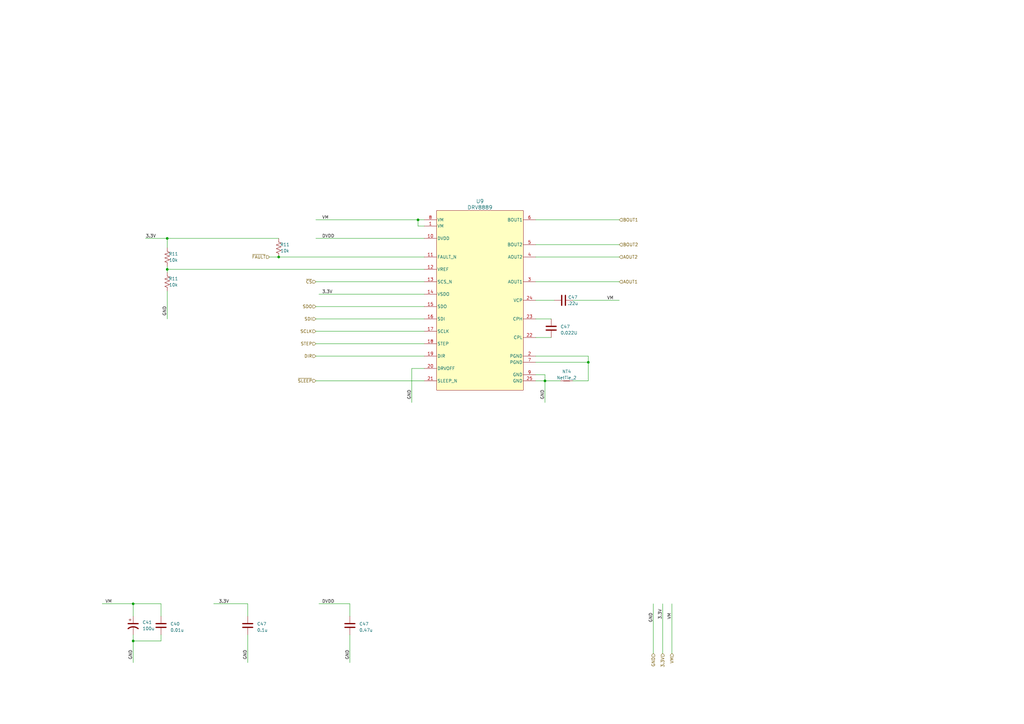
<source format=kicad_sch>
(kicad_sch (version 20230121) (generator eeschema)
  (paper "A3")
  (lib_symbols
    (symbol "Device:C" (pin_numbers hide) (pin_names (offset 0.254))
      (property "Reference" "C" (at 0.635 2.54 0))
      (property "Value" "C" (at 0.635 -2.54 0))
      (symbol "C_0_1"
        (polyline (pts (xy -2.032 -0.762) (xy 2.032 -0.762)) (stroke (width 0.508)))
        (polyline (pts (xy -2.032 0.762) (xy 2.032 0.762)) (stroke (width 0.508)))
      )
      (symbol "C_1_1"
        (pin passive line (at 0 3.81 270) (length 2.794) (name "~") (number "1"))
        (pin passive line (at 0 -3.81 90) (length 2.794) (name "~") (number "2"))
      )
    )
    (symbol "Device:C_Polarized_US" (pin_numbers hide) (pin_names (offset 0.254) hide)
      (property "Reference" "C" (at 0.635 2.54 0))
      (property "Value" "C_Polarized_US" (at 0.635 -2.54 0))
      (symbol "C_Polarized_US_0_1"
        (polyline (pts (xy -2.032 0.762) (xy 2.032 0.762)) (stroke (width 0.508)))
        (polyline (pts (xy -1.778 2.286) (xy -0.762 2.286)))
        (polyline (pts (xy -1.27 1.778) (xy -1.27 2.794)))
        (arc (start 2.032 -1.27) (mid 0 -0.5572) (end -2.032 -1.27) (stroke (width 0.508)))
      )
      (symbol "C_Polarized_US_1_1"
        (pin passive line (at 0 3.81 270) (length 2.794) (name "~") (number "1"))
        (pin passive line (at 0 -3.81 90) (length 3.302) (name "~") (number "2"))
      )
    )
    (symbol "Device:NetTie_2" (pin_numbers hide) (pin_names (offset 0) hide) (in_bom no)
      (property "Reference" "NT" (at 0 1.27 0))
      (property "Value" "NetTie_2" (at 0 -1.27 0))
      (symbol "NetTie_2_0_1"
        (polyline (pts (xy -1.27 0) (xy 1.27 0)) (stroke (width 0.254)))
      )
      (symbol "NetTie_2_1_1"
        (pin passive line (at -2.54 0 0) (length 2.54) (name "1") (number "1"))
        (pin passive line (at 2.54 0 180) (length 2.54) (name "2") (number "2"))
      )
    )
    (symbol "Device:R_US" (pin_numbers hide) (pin_names (offset 0))
      (property "Reference" "R" (at 2.54 0 90))
      (property "Value" "R_US" (at -2.54 0 90))
      (symbol "R_US_0_1"
        (polyline (pts (xy 0 -2.286) (xy 0 -2.54)))
        (polyline (pts (xy 0 2.286) (xy 0 2.54)))
        (polyline (pts (xy 0 -0.762) (xy 1.016 -1.143) (xy 0 -1.524) (xy -1.016 -1.905) (xy 0 -2.286)))
        (polyline (pts (xy 0 0.762) (xy 1.016 0.381) (xy 0 0) (xy -1.016 -0.381) (xy 0 -0.762)))
        (polyline (pts (xy 0 2.286) (xy 1.016 1.905) (xy 0 1.524) (xy -1.016 1.143) (xy 0 0.762)))
      )
      (symbol "R_US_1_1"
        (pin passive line (at 0 3.81 270) (length 1.27) (name "~") (number "1"))
        (pin passive line (at 0 -3.81 90) (length 1.27) (name "~") (number "2"))
      )
    )
    (symbol "pd_symbols:DRV8889" (pin_names (offset 0.254))
      (property "Reference" "U" (at -3.81 44.45 0))
      (property "Value" "DRV8889" (at -3.81 41.91 0))
      (symbol "DRV8889_0_1"
        (pin power_in line (at -22.86 30.48 0) (length 5.08) (name "VM") (number "1"))
        (pin power_in line (at -22.86 25.4 0) (length 5.08) (name "DVDD") (number "10"))
        (pin open_collector line (at -22.86 17.78 0) (length 5.08) (name "FAULT_N") (number "11"))
        (pin power_in line (at -22.86 12.7 0) (length 5.08) (name "VREF") (number "12"))
        (pin input line (at -22.86 7.62 0) (length 5.08) (name "SCS_N") (number "13"))
        (pin power_in line (at -22.86 2.54 0) (length 5.08) (name "VSDO") (number "14"))
        (pin output line (at -22.86 -2.54 0) (length 5.08) (name "SDO") (number "15"))
        (pin input line (at -22.86 -7.62 0) (length 5.08) (name "SDI") (number "16"))
        (pin input line (at -22.86 -12.7 0) (length 5.08) (name "SCLK") (number "17"))
        (pin input line (at -22.86 -17.78 0) (length 5.08) (name "STEP") (number "18"))
        (pin input line (at -22.86 -22.86 0) (length 5.08) (name "DIR") (number "19"))
        (pin power_in line (at 22.86 -22.86 180) (length 5.08) (name "PGND") (number "2"))
        (pin input line (at -22.86 -27.94 0) (length 5.08) (name "DRVOFF") (number "20"))
        (pin input line (at -22.86 -33.02 0) (length 5.08) (name "SLEEP_N") (number "21"))
        (pin power_in line (at 22.86 -15.24 180) (length 5.08) (name "CPL") (number "22"))
        (pin power_in line (at 22.86 -7.62 180) (length 5.08) (name "CPH") (number "23"))
        (pin power_in line (at 22.86 0 180) (length 5.08) (name "VCP") (number "24"))
        (pin power_in line (at 22.86 -33.02 180) (length 5.08) (name "GND") (number "25"))
        (pin output line (at 22.86 7.62 180) (length 5.08) (name "AOUT1") (number "3"))
        (pin output line (at 22.86 17.78 180) (length 5.08) (name "AOUT2") (number "4"))
        (pin output line (at 22.86 22.86 180) (length 5.08) (name "BOUT2") (number "5"))
        (pin output line (at 22.86 33.02 180) (length 5.08) (name "BOUT1") (number "6"))
        (pin power_in line (at 22.86 -25.4 180) (length 5.08) (name "PGND") (number "7"))
        (pin power_in line (at -22.86 33.02 0) (length 5.08) (name "VM") (number "8"))
        (pin power_in line (at 22.86 -30.48 180) (length 5.08) (name "GND") (number "9"))
      )
      (symbol "DRV8889_1_1"
        (rectangle (start -17.78 36.83) (end 17.78 -36.83) (fill (type background)))
      )
    )
  )
  (junction (at 241.3 148.59))
  (junction (at 54.61 247.65))
  (junction (at 54.61 262.89))
  (junction (at 114.3 105.41))
  (junction (at 223.52 156.21))
  (junction (at 171.45 90.17))
  (junction (at 68.58 110.49))
  (junction (at 68.58 97.79))
  (wire (pts (xy 267.97 247.65) (xy 267.97 267.97)))
  (wire (pts (xy 54.61 260.35) (xy 54.61 262.89)))
  (wire (pts (xy 66.04 260.35) (xy 66.04 262.89)))
  (wire (pts (xy 168.91 151.13) (xy 168.91 165.1)))
  (wire (pts (xy 254 100.33) (xy 219.71 100.33)))
  (wire (pts (xy 129.54 90.17) (xy 171.45 90.17)))
  (wire (pts (xy 219.71 123.19) (xy 227.33 123.19)))
  (wire (pts (xy 254 105.41) (xy 219.71 105.41)))
  (wire (pts (xy 219.71 156.21) (xy 223.52 156.21)))
  (wire (pts (xy 101.6 252.73) (xy 101.6 247.65)))
  (wire (pts (xy 68.58 110.49) (xy 68.58 111.76)))
  (wire (pts (xy 54.61 247.65) (xy 66.04 247.65)))
  (wire (pts (xy 219.71 153.67) (xy 223.52 153.67)))
  (wire (pts (xy 68.58 109.22) (xy 68.58 110.49)))
  (wire (pts (xy 271.78 247.65) (xy 271.78 267.97)))
  (wire (pts (xy 254 115.57) (xy 219.71 115.57)))
  (wire (pts (xy 59.69 97.79) (xy 68.58 97.79)))
  (wire (pts (xy 234.95 156.21) (xy 241.3 156.21)))
  (wire (pts (xy 110.49 105.41) (xy 114.3 105.41)))
  (wire (pts (xy 129.54 140.97) (xy 173.99 140.97)))
  (wire (pts (xy 219.71 138.43) (xy 226.06 138.43)))
  (wire (pts (xy 54.61 262.89) (xy 54.61 271.78)))
  (wire (pts (xy 129.54 146.05) (xy 173.99 146.05)))
  (wire (pts (xy 223.52 156.21) (xy 229.87 156.21)))
  (wire (pts (xy 66.04 262.89) (xy 54.61 262.89)))
  (wire (pts (xy 219.71 130.81) (xy 226.06 130.81)))
  (wire (pts (xy 129.54 130.81) (xy 173.99 130.81)))
  (wire (pts (xy 241.3 146.05) (xy 241.3 148.59)))
  (wire (pts (xy 68.58 97.79) (xy 68.58 101.6)))
  (wire (pts (xy 54.61 252.73) (xy 54.61 247.65)))
  (wire (pts (xy 241.3 148.59) (xy 241.3 156.21)))
  (wire (pts (xy 171.45 90.17) (xy 173.99 90.17)))
  (wire (pts (xy 168.91 151.13) (xy 173.99 151.13)))
  (wire (pts (xy 143.51 252.73) (xy 143.51 247.65)))
  (wire (pts (xy 275.59 247.65) (xy 275.59 267.97)))
  (wire (pts (xy 129.54 125.73) (xy 173.99 125.73)))
  (wire (pts (xy 114.3 105.41) (xy 173.99 105.41)))
  (wire (pts (xy 41.91 247.65) (xy 54.61 247.65)))
  (wire (pts (xy 87.63 247.65) (xy 101.6 247.65)))
  (wire (pts (xy 171.45 92.71) (xy 171.45 90.17)))
  (wire (pts (xy 223.52 156.21) (xy 223.52 165.1)))
  (wire (pts (xy 234.95 123.19) (xy 254 123.19)))
  (wire (pts (xy 130.81 247.65) (xy 143.51 247.65)))
  (wire (pts (xy 223.52 153.67) (xy 223.52 156.21)))
  (wire (pts (xy 173.99 92.71) (xy 171.45 92.71)))
  (wire (pts (xy 219.71 146.05) (xy 241.3 146.05)))
  (wire (pts (xy 254 90.17) (xy 219.71 90.17)))
  (wire (pts (xy 129.54 115.57) (xy 173.99 115.57)))
  (wire (pts (xy 219.71 148.59) (xy 241.3 148.59)))
  (wire (pts (xy 68.58 110.49) (xy 173.99 110.49)))
  (wire (pts (xy 130.81 120.65) (xy 173.99 120.65)))
  (wire (pts (xy 68.58 119.38) (xy 68.58 130.81)))
  (wire (pts (xy 129.54 135.89) (xy 173.99 135.89)))
  (wire (pts (xy 129.54 156.21) (xy 173.99 156.21)))
  (wire (pts (xy 101.6 260.35) (xy 101.6 271.78)))
  (wire (pts (xy 68.58 97.79) (xy 114.3 97.79)))
  (wire (pts (xy 129.54 97.79) (xy 173.99 97.79)))
  (wire (pts (xy 143.51 260.35) (xy 143.51 271.78)))
  (wire (pts (xy 66.04 247.65) (xy 66.04 252.73)))
  (label "VM" (at 248.92 123.19 0))
  (label "VM" (at 132.08 90.17 0))
  (label "GND" (at 168.91 163.83 90))
  (label "GND" (at 68.58 129.54 90))
  (label "DVDD" (at 132.08 97.79 0))
  (label "3.3V" (at 271.78 254 90))
  (label "DVDD" (at 137.16 247.65 180))
  (label "3.3V" (at 132.08 120.65 0))
  (label "3.3V" (at 93.98 247.65 180))
  (label "GND" (at 54.61 270.51 90))
  (label "VM" (at 43.18 247.65 0))
  (label "GND" (at 267.97 255.27 90))
  (label "VM" (at 275.59 254 90))
  (label "GND" (at 223.52 163.83 90))
  (label "3.3V" (at 59.69 97.79 0))
  (label "GND" (at 143.51 270.51 90))
  (label "GND" (at 101.6 270.51 90))
  (hierarchical_label "~{SLEEP}" (shape input) (at 129.54 156.21 180))
  (hierarchical_label "GND" (shape input) (at 267.97 267.97 270))
  (hierarchical_label "~{CS}" (shape input) (at 129.54 115.57 180))
  (hierarchical_label "BOUT2" (shape input) (at 254 100.33 0))
  (hierarchical_label "BOUT1" (shape input) (at 254 90.17 0))
  (hierarchical_label "DIR" (shape input) (at 129.54 146.05 180))
  (hierarchical_label "~{FAULT}" (shape input) (at 110.49 105.41 180))
  (hierarchical_label "VM" (shape input) (at 275.59 267.97 270))
  (hierarchical_label "SDI" (shape input) (at 129.54 130.81 180))
  (hierarchical_label "SDO" (shape input) (at 129.54 125.73 180))
  (hierarchical_label "3.3V" (shape input) (at 271.78 267.97 270))
  (hierarchical_label "SCLK" (shape input) (at 129.54 135.89 180))
  (hierarchical_label "AOUT1" (shape input) (at 254 115.57 0))
  (hierarchical_label "AOUT2" (shape input) (at 254 105.41 0))
  (hierarchical_label "STEP" (shape input) (at 129.54 140.97 180))
  (symbol (lib_id "Device:C") (at 66.04 256.54 0) (unit 1)
    (property "Reference" "C40" (at 69.85 255.905 0) (effects (justify left)))
    (property "Value" "0.01u" (at 69.85 258.445 0) (effects (justify left)))
    (instances (project "bouy" (path "" (reference "C40") (unit 1)) (path "" (reference "C59") (unit 1))))
  )
  (symbol (lib_id "Device:C") (at 231.14 123.19 90) (unit 1)
    (property "Reference" "C47" (at 234.95 121.92 90))
    (property "Value" ".22u" (at 234.95 124.46 90))
    (property "Footprint" "Capacitor_SMD:C_0603_1608Metric" (effects hide))
    (instances (project "bouy" (path "" (reference "C47") (unit 1)) (path "" (reference "C56") (unit 1))))
  )
  (symbol (lib_id "Device:R_US") (at 114.3 101.6 180) (unit 1)
    (property "Reference" "R11" (at 116.84 100.33 0))
    (property "Value" "10k" (at 116.84 102.87 0))
    (property "Footprint" "Resistor_SMD:R_0603_1608Metric" (effects hide))
    (instances (project "bouy" (path "" (reference "R11") (unit 1)) (path "" (reference "R7") (unit 1))))
  )
  (symbol (lib_id "Device:C") (at 143.51 256.54 0) (unit 1)
    (property "Reference" "C47" (at 147.32 255.905 0) (effects (justify left)))
    (property "Value" "0.47u" (at 147.32 258.445 0) (effects (justify left)))
    (property "Footprint" "Capacitor_SMD:C_0603_1608Metric" (effects hide))
    (instances (project "bouy" (path "" (reference "C47") (unit 1)) (path "" (reference "C60") (unit 1))))
  )
  (symbol (lib_id "Device:C_Polarized_US") (at 54.61 256.54 0) (unit 1)
    (property "Reference" "C41" (at 58.42 255.27 0) (effects (justify left)))
    (property "Value" "100u" (at 58.42 257.81 0) (effects (justify left)))
    (instances (project "bouy" (path "" (reference "C41") (unit 1)) (path "" (reference "C58") (unit 1))))
  )
  (symbol (lib_id "pd_symbols:DRV8889") (at 196.85 123.19 0) (unit 1)
    (property "Reference" "U9" (at 196.85 82.55 0) (effects (font (size 1.524 1.524))))
    (property "Value" "DRV8889" (at 196.85 85.09 0) (effects (font (size 1.524 1.524))))
    (property "Footprint" "Package_DFN_QFN:VQFN-24-1EP_4x4mm_P0.5mm_EP2.45x2.45mm_ThermalVias" (effects hide))
    (property "Datasheet" "https://www.ti.com/lit/ds/symlink/drv8889-q1.pdf" (effects hide))
  )
  (symbol (lib_id "Device:R_US") (at 68.58 105.41 180) (unit 1)
    (property "Reference" "R11" (at 71.12 104.14 0))
    (property "Value" "10k" (at 71.12 106.68 0))
    (property "Footprint" "Resistor_SMD:R_0603_1608Metric" (effects hide))
    (instances (project "bouy" (path "" (reference "R11") (unit 1)) (path "" (reference "R19") (unit 1))))
  )
  (symbol (lib_id "Device:R_US") (at 68.58 115.57 180) (unit 1)
    (property "Reference" "R11" (at 71.12 114.3 0))
    (property "Value" "10k" (at 71.12 116.84 0))
    (property "Footprint" "Resistor_SMD:R_0603_1608Metric" (effects hide))
    (instances (project "bouy" (path "" (reference "R11") (unit 1)) (path "" (reference "R20") (unit 1))))
  )
  (symbol (lib_id "Device:NetTie_2") (at 232.41 156.21 0) (unit 1) (in_bom no)
    (property "Reference" "NT4" (at 232.41 152.4 0))
    (property "Value" "NetTie_2" (at 232.41 154.94 0))
  )
  (symbol (lib_id "Device:C") (at 226.06 134.62 0) (unit 1)
    (property "Reference" "C47" (at 229.87 133.985 0) (effects (justify left)))
    (property "Value" "0.022U" (at 229.87 136.525 0) (effects (justify left)))
    (property "Footprint" "Capacitor_SMD:C_0603_1608Metric" (effects hide))
    (instances (project "bouy" (path "" (reference "C47") (unit 1)) (path "" (reference "C57") (unit 1))))
  )
  (symbol (lib_id "Device:C") (at 101.6 256.54 0) (unit 1)
    (property "Reference" "C47" (at 105.41 255.905 0) (effects (justify left)))
    (property "Value" "0.1u" (at 105.41 258.445 0) (effects (justify left)))
    (property "Footprint" "Capacitor_SMD:C_0603_1608Metric" (effects hide))
    (instances (project "bouy" (path "" (reference "C47") (unit 1)) (path "" (reference "C55") (unit 1))))
  )
)
</source>
